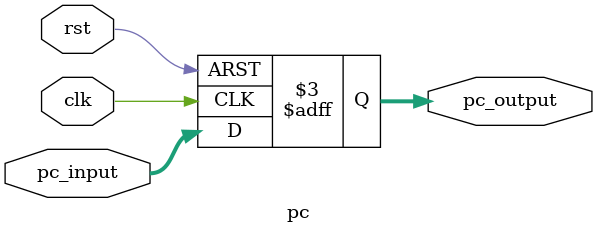
<source format=v>
`timescale 1ns / 1ps

module pc(pc_input, rst, clk, pc_output);

    input       [7:0]  pc_input;
	input               rst, clk;

	output reg  [7:0]  pc_output;



	initial
	begin
	
		pc_output <= 8'd0;
		
	end

    always @(posedge clk or posedge rst)  
    begin   
        if(rst)   
            pc_output <= 8'd0;  
        else  
            pc_output <= pc_input;  
    end  

endmodule
</source>
